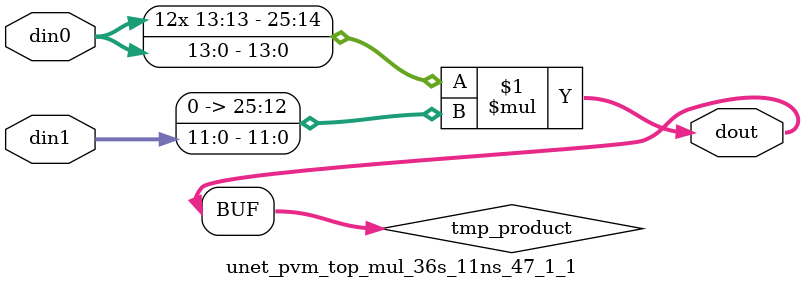
<source format=v>

`timescale 1 ns / 1 ps

 module unet_pvm_top_mul_36s_11ns_47_1_1(din0, din1, dout);
parameter ID = 1;
parameter NUM_STAGE = 0;
parameter din0_WIDTH = 14;
parameter din1_WIDTH = 12;
parameter dout_WIDTH = 26;

input [din0_WIDTH - 1 : 0] din0; 
input [din1_WIDTH - 1 : 0] din1; 
output [dout_WIDTH - 1 : 0] dout;

wire signed [dout_WIDTH - 1 : 0] tmp_product;


























assign tmp_product = $signed(din0) * $signed({1'b0, din1});









assign dout = tmp_product;





















endmodule

</source>
